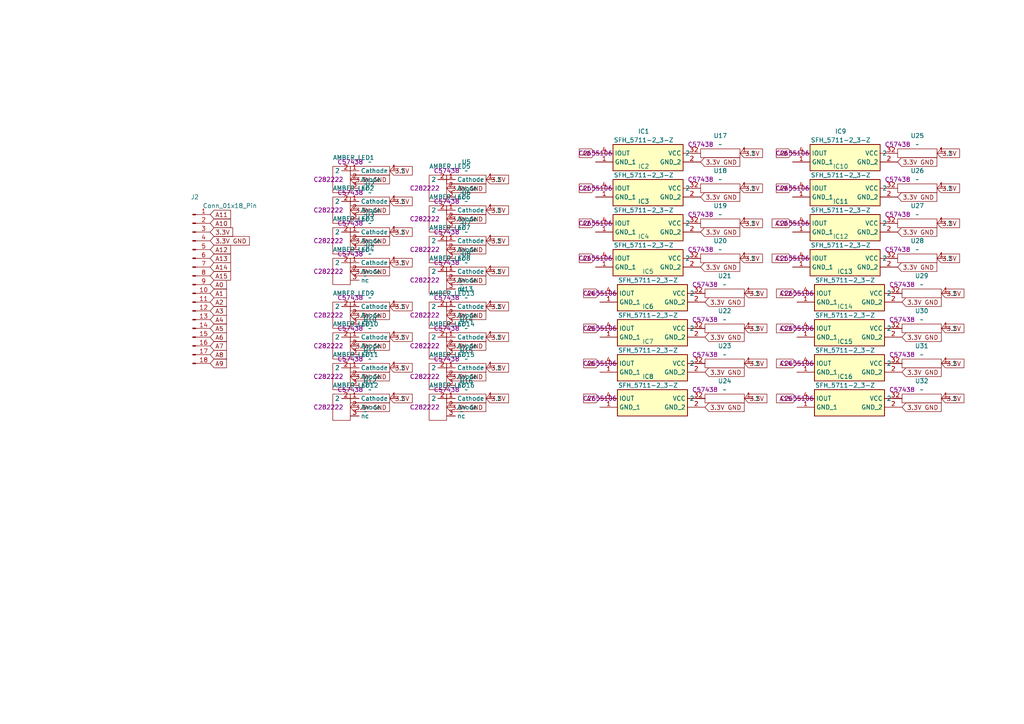
<source format=kicad_sch>
(kicad_sch (version 20231120) (generator "eeschema") (generator_version "8.0")
  (paper "A4")
  (global_label "3.3V GND" (shape input) (at 204.47 118.11 0) (property "Intersheetrefs" "${INTERSHEET_REFS}" (effects (hide yes))))
  (global_label "3.3V" (shape input) (at 140.97 69.85 0) (property "Intersheetrefs" "${INTERSHEET_REFS}" (effects (hide yes))))
  (global_label "3.3V GND" (shape input) (at 101.6 118.11 0) (property "Intersheetrefs" "${INTERSHEET_REFS}" (effects (hide yes))))
  (global_label "A4" (shape input) (at 60.96 92.71 0) (property "Intersheetrefs" "${INTERSHEET_REFS}" (effects (hide yes))))
  (global_label "3.3V" (shape input) (at 140.97 106.68 0) (property "Intersheetrefs" "${INTERSHEET_REFS}" (effects (hide yes))))
  (global_label "3.3V GND" (shape input) (at 260.35 77.47 0) (property "Intersheetrefs" "${INTERSHEET_REFS}" (effects (hide yes))))
  (global_label "A6" (shape input) (at 173.99 105.41 180) (property "Intersheetrefs" "${INTERSHEET_REFS}" (effects (hide yes))))
  (global_label "A7" (shape input) (at 173.99 115.57 180) (property "Intersheetrefs" "${INTERSHEET_REFS}" (effects (hide yes))))
  (global_label "3.3V GND" (shape input) (at 204.47 97.79 0) (property "Intersheetrefs" "${INTERSHEET_REFS}" (effects (hide yes))))
  (global_label "3.3V" (shape input) (at 273.05 85.09 0) (property "Intersheetrefs" "${INTERSHEET_REFS}" (effects (hide yes))))
  (global_label "3.3V GND" (shape input) (at 101.6 109.22 0) (property "Intersheetrefs" "${INTERSHEET_REFS}" (effects (hide yes))))
  (global_label "3.3V GND" (shape input) (at 101.6 60.96 0) (property "Intersheetrefs" "${INTERSHEET_REFS}" (effects (hide yes))))
  (global_label "A14" (shape input) (at 60.96 77.47 0) (property "Intersheetrefs" "${INTERSHEET_REFS}" (effects (hide yes))))
  (global_label "3.3V" (shape input) (at 215.9 115.57 0) (property "Intersheetrefs" "${INTERSHEET_REFS}" (effects (hide yes))))
  (global_label "3.3V GND" (shape input) (at 260.35 57.15 0) (property "Intersheetrefs" "${INTERSHEET_REFS}" (effects (hide yes))))
  (global_label "A12" (shape input) (at 60.96 72.39 0) (property "Intersheetrefs" "${INTERSHEET_REFS}" (effects (hide yes))))
  (global_label "3.3V" (shape input) (at 214.63 74.93 0) (property "Intersheetrefs" "${INTERSHEET_REFS}" (effects (hide yes))))
  (global_label "3.3V GND" (shape input) (at 204.47 107.95 0) (property "Intersheetrefs" "${INTERSHEET_REFS}" (effects (hide yes))))
  (global_label "3.3V GND" (shape input) (at 261.62 107.95 0) (property "Intersheetrefs" "${INTERSHEET_REFS}" (effects (hide yes))))
  (global_label "A0" (shape input) (at 172.72 44.45 180) (property "Intersheetrefs" "${INTERSHEET_REFS}" (effects (hide yes))))
  (global_label "A1" (shape input) (at 60.96 85.09 0) (property "Intersheetrefs" "${INTERSHEET_REFS}" (effects (hide yes))))
  (global_label "A10" (shape input) (at 229.87 64.77 180) (property "Intersheetrefs" "${INTERSHEET_REFS}" (effects (hide yes))))
  (global_label "3.3V" (shape input) (at 215.9 105.41 0) (property "Intersheetrefs" "${INTERSHEET_REFS}" (effects (hide yes))))
  (global_label "3.3V" (shape input) (at 271.78 44.45 0) (property "Intersheetrefs" "${INTERSHEET_REFS}" (effects (hide yes))))
  (global_label "A0" (shape input) (at 60.96 82.55 0) (property "Intersheetrefs" "${INTERSHEET_REFS}" (effects (hide yes))))
  (global_label "3.3V" (shape input) (at 215.9 85.09 0) (property "Intersheetrefs" "${INTERSHEET_REFS}" (effects (hide yes))))
  (global_label "3.3V GND" (shape input) (at 261.62 97.79 0) (property "Intersheetrefs" "${INTERSHEET_REFS}" (effects (hide yes))))
  (global_label "A3" (shape input) (at 60.96 90.17 0) (property "Intersheetrefs" "${INTERSHEET_REFS}" (effects (hide yes))))
  (global_label "3.3V GND" (shape input) (at 129.54 81.28 0) (property "Intersheetrefs" "${INTERSHEET_REFS}" (effects (hide yes))))
  (global_label "A13" (shape input) (at 60.96 74.93 0) (property "Intersheetrefs" "${INTERSHEET_REFS}" (effects (hide yes))))
  (global_label "3.3V GND" (shape input) (at 129.54 72.39 0) (property "Intersheetrefs" "${INTERSHEET_REFS}" (effects (hide yes))))
  (global_label "3.3V" (shape input) (at 271.78 64.77 0) (property "Intersheetrefs" "${INTERSHEET_REFS}" (effects (hide yes))))
  (global_label "A14" (shape input) (at 231.14 105.41 180) (property "Intersheetrefs" "${INTERSHEET_REFS}" (effects (hide yes))))
  (global_label "3.3V" (shape input) (at 140.97 88.9 0) (property "Intersheetrefs" "${INTERSHEET_REFS}" (effects (hide yes))))
  (global_label "3.3V GND" (shape input) (at 129.54 63.5 0) (property "Intersheetrefs" "${INTERSHEET_REFS}" (effects (hide yes))))
  (global_label "3.3V" (shape input) (at 113.03 115.57 0) (property "Intersheetrefs" "${INTERSHEET_REFS}" (effects (hide yes))))
  (global_label "3.3V" (shape input) (at 273.05 105.41 0) (property "Intersheetrefs" "${INTERSHEET_REFS}" (effects (hide yes))))
  (global_label "3.3V" (shape input) (at 113.03 106.68 0) (property "Intersheetrefs" "${INTERSHEET_REFS}" (effects (hide yes))))
  (global_label "3.3V" (shape input) (at 214.63 44.45 0) (property "Intersheetrefs" "${INTERSHEET_REFS}" (effects (hide yes))))
  (global_label "3.3V" (shape input) (at 113.03 88.9 0) (property "Intersheetrefs" "${INTERSHEET_REFS}" (effects (hide yes))))
  (global_label "A8" (shape input) (at 60.96 102.87 0) (property "Intersheetrefs" "${INTERSHEET_REFS}" (effects (hide yes))))
  (global_label "A8" (shape input) (at 229.87 44.45 180) (property "Intersheetrefs" "${INTERSHEET_REFS}" (effects (hide yes))))
  (global_label "3.3V GND" (shape input) (at 203.2 57.15 0) (property "Intersheetrefs" "${INTERSHEET_REFS}" (effects (hide yes))))
  (global_label "3.3V" (shape input) (at 271.78 74.93 0) (property "Intersheetrefs" "${INTERSHEET_REFS}" (effects (hide yes))))
  (global_label "3.3V" (shape input) (at 273.05 95.25 0) (property "Intersheetrefs" "${INTERSHEET_REFS}" (effects (hide yes))))
  (global_label "A7" (shape input) (at 60.96 100.33 0) (property "Intersheetrefs" "${INTERSHEET_REFS}" (effects (hide yes))))
  (global_label "3.3V" (shape input) (at 140.97 78.74 0) (property "Intersheetrefs" "${INTERSHEET_REFS}" (effects (hide yes))))
  (global_label "A9" (shape input) (at 60.96 105.41 0) (property "Intersheetrefs" "${INTERSHEET_REFS}" (effects (hide yes))))
  (global_label "3.3V" (shape input) (at 113.03 58.42 0) (property "Intersheetrefs" "${INTERSHEET_REFS}" (effects (hide yes))))
  (global_label "A12" (shape input) (at 231.14 85.09 180) (property "Intersheetrefs" "${INTERSHEET_REFS}" (effects (hide yes))))
  (global_label "3.3V GND" (shape input) (at 129.54 54.61 0) (property "Intersheetrefs" "${INTERSHEET_REFS}" (effects (hide yes))))
  (global_label "3.3V GND" (shape input) (at 129.54 118.11 0) (property "Intersheetrefs" "${INTERSHEET_REFS}" (effects (hide yes))))
  (global_label "3.3V GND" (shape input) (at 101.6 78.74 0) (property "Intersheetrefs" "${INTERSHEET_REFS}" (effects (hide yes))))
  (global_label "3.3V" (shape input) (at 215.9 95.25 0) (property "Intersheetrefs" "${INTERSHEET_REFS}" (effects (hide yes))))
  (global_label "3.3V" (shape input) (at 140.97 97.79 0) (property "Intersheetrefs" "${INTERSHEET_REFS}" (effects (hide yes))))
  (global_label "3.3V GND" (shape input) (at 261.62 87.63 0) (property "Intersheetrefs" "${INTERSHEET_REFS}" (effects (hide yes))))
  (global_label "3.3V" (shape input) (at 140.97 52.07 0) (property "Intersheetrefs" "${INTERSHEET_REFS}" (effects (hide yes))))
  (global_label "A11" (shape input) (at 229.87 74.93 180) (property "Intersheetrefs" "${INTERSHEET_REFS}" (effects (hide yes))))
  (global_label "3.3V" (shape input) (at 113.03 49.53 0) (property "Intersheetrefs" "${INTERSHEET_REFS}" (effects (hide yes))))
  (global_label "3.3V GND" (shape input) (at 129.54 109.22 0) (property "Intersheetrefs" "${INTERSHEET_REFS}" (effects (hide yes))))
  (global_label "3.3V GND" (shape input) (at 101.6 52.07 0) (property "Intersheetrefs" "${INTERSHEET_REFS}" (effects (hide yes))))
  (global_label "3.3V GND" (shape input) (at 60.96 69.85 0) (property "Intersheetrefs" "${INTERSHEET_REFS}" (effects (hide yes))))
  (global_label "3.3V" (shape input) (at 140.97 60.96 0) (property "Intersheetrefs" "${INTERSHEET_REFS}" (effects (hide yes))))
  (global_label "A1" (shape input) (at 172.72 54.61 180) (property "Intersheetrefs" "${INTERSHEET_REFS}" (effects (hide yes))))
  (global_label "3.3V GND" (shape input) (at 261.62 118.11 0) (property "Intersheetrefs" "${INTERSHEET_REFS}" (effects (hide yes))))
  (global_label "3.3V GND" (shape input) (at 203.2 77.47 0) (property "Intersheetrefs" "${INTERSHEET_REFS}" (effects (hide yes))))
  (global_label "3.3V GND" (shape input) (at 129.54 100.33 0) (property "Intersheetrefs" "${INTERSHEET_REFS}" (effects (hide yes))))
  (global_label "3.3V" (shape input) (at 273.05 115.57 0) (property "Intersheetrefs" "${INTERSHEET_REFS}" (effects (hide yes))))
  (global_label "3.3V GND" (shape input) (at 101.6 91.44 0) (property "Intersheetrefs" "${INTERSHEET_REFS}" (effects (hide yes))))
  (global_label "3.3V" (shape input) (at 271.78 54.61 0) (property "Intersheetrefs" "${INTERSHEET_REFS}" (effects (hide yes))))
  (global_label "A15" (shape input) (at 231.14 115.57 180) (property "Intersheetrefs" "${INTERSHEET_REFS}" (effects (hide yes))))
  (global_label "3.3V GND" (shape input) (at 260.35 46.99 0) (property "Intersheetrefs" "${INTERSHEET_REFS}" (effects (hide yes))))
  (global_label "A11" (shape input) (at 60.96 62.23 0) (property "Intersheetrefs" "${INTERSHEET_REFS}" (effects (hide yes))))
  (global_label "A5" (shape input) (at 173.99 95.25 180) (property "Intersheetrefs" "${INTERSHEET_REFS}" (effects (hide yes))))
  (global_label "A2" (shape input) (at 172.72 64.77 180) (property "Intersheetrefs" "${INTERSHEET_REFS}" (effects (hide yes))))
  (global_label "3.3V" (shape input) (at 113.03 76.2 0) (property "Intersheetrefs" "${INTERSHEET_REFS}" (effects (hide yes))))
  (global_label "A15" (shape input) (at 60.96 80.01 0) (property "Intersheetrefs" "${INTERSHEET_REFS}" (effects (hide yes))))
  (global_label "3.3V" (shape input) (at 60.96 67.31 0) (property "Intersheetrefs" "${INTERSHEET_REFS}" (effects (hide yes))))
  (global_label "A10" (shape input) (at 60.96 64.77 0) (property "Intersheetrefs" "${INTERSHEET_REFS}" (effects (hide yes))))
  (global_label "A6" (shape input) (at 60.96 97.79 0) (property "Intersheetrefs" "${INTERSHEET_REFS}" (effects (hide yes))))
  (global_label "A2" (shape input) (at 60.96 87.63 0) (property "Intersheetrefs" "${INTERSHEET_REFS}" (effects (hide yes))))
  (global_label "3.3V GND" (shape input) (at 101.6 100.33 0) (property "Intersheetrefs" "${INTERSHEET_REFS}" (effects (hide yes))))
  (global_label "3.3V" (shape input) (at 214.63 54.61 0) (property "Intersheetrefs" "${INTERSHEET_REFS}" (effects (hide yes))))
  (global_label "3.3V" (shape input) (at 113.03 97.79 0) (property "Intersheetrefs" "${INTERSHEET_REFS}" (effects (hide yes))))
  (global_label "A13" (shape input) (at 231.14 95.25 180) (property "Intersheetrefs" "${INTERSHEET_REFS}" (effects (hide yes))))
  (global_label "A5" (shape input) (at 60.96 95.25 0) (property "Intersheetrefs" "${INTERSHEET_REFS}" (effects (hide yes))))
  (global_label "3.3V" (shape input) (at 140.97 115.57 0) (property "Intersheetrefs" "${INTERSHEET_REFS}" (effects (hide yes))))
  (global_label "A9" (shape input) (at 229.87 54.61 180) (property "Intersheetrefs" "${INTERSHEET_REFS}" (effects (hide yes))))
  (global_label "3.3V" (shape input) (at 113.03 67.31 0) (property "Intersheetrefs" "${INTERSHEET_REFS}" (effects (hide yes))))
  (global_label "3.3V" (shape input) (at 214.63 64.77 0) (property "Intersheetrefs" "${INTERSHEET_REFS}" (effects (hide yes))))
  (global_label "3.3V GND" (shape input) (at 204.47 87.63 0) (property "Intersheetrefs" "${INTERSHEET_REFS}" (effects (hide yes))))
  (global_label "3.3V GND" (shape input) (at 203.2 46.99 0) (property "Intersheetrefs" "${INTERSHEET_REFS}" (effects (hide yes))))
  (global_label "A4" (shape input) (at 173.99 85.09 180) (property "Intersheetrefs" "${INTERSHEET_REFS}" (effects (hide yes))))
  (global_label "3.3V GND" (shape input) (at 129.54 91.44 0) (property "Intersheetrefs" "${INTERSHEET_REFS}" (effects (hide yes))))
  (global_label "3.3V GND" (shape input) (at 203.2 67.31 0) (property "Intersheetrefs" "${INTERSHEET_REFS}" (effects (hide yes))))
  (global_label "A3" (shape input) (at 172.72 74.93 180) (property "Intersheetrefs" "${INTERSHEET_REFS}" (effects (hide yes))))
  (global_label "3.3V GND" (shape input) (at 260.35 67.31 0) (property "Intersheetrefs" "${INTERSHEET_REFS}" (effects (hide yes))))
  (global_label "3.3V GND" (shape input) (at 101.6 69.85 0) (property "Intersheetrefs" "${INTERSHEET_REFS}" (effects (hide yes))))
  (symbol (lib_id "general_resistor:general_resistor_template") (at 129.54 67.31 0) (unit 1)
    (property "Reference" "U7" (at 135.255 64.77 0))
    (property "Value" "~" (at 135.255 67.31 0))
    (property "Footprint" "General_Resistor:general_resistor" (effects (hide yes)))
    (property "Datasheet" "https://www.lcsc.com/datasheet/lcsc_datasheet_2304140030_UNI-ROYAL-Uniroyal-Elec-MFR0W4F1000A50_C57438.pdf" (effects (hide yes)))
    (property "Description" "Metal Film Resistors 100Ω 250mW ±50ppm/℃ ±1% Plugin,D2.2xL6.5mm Through Hole Resistors ROHS" (effects (hide yes)))
    (property "LCSC" "C57438" (at 129.54 67.31 0))
  )
  (symbol (lib_id "amber_led:AMBER_LED") (at 123.19 109.22 0) (unit 1)
    (property "Reference" "AMBER_LED15" (at 124.46 102.87 0) (effects (justify left)))
    (property "Value" "~" (at 133.35 110.49 0) (effects (justify left)))
    (property "Footprint" "ELSW-F41Y1-OLPNM-AA3A5_amber_led:ELSW-F41Y1-OLPNM-AA3A5 amber led" (effects (hide yes)))
    (property "Datasheet" "https://wmsc.lcsc.com/wmsc/upload/file/pdf/v2/lcsc/1912111437_Everlight-Elec-ELSW-F41Y1-OLPNM-AA3A5_C282222.pdf" (effects (hide yes)))
    (property "Description" "Amber Color SMD3535 LED Indication - Discrete ROHS" (effects (hide yes)))
    (property "LCSC" "C282222" (at 123.19 109.22 0))
  )
  (symbol (lib_id "SFH_5711:SFH_5711-2_3-Z") (at 231.14 115.57 0) (unit 1)
    (property "Reference" "IC16" (at 245.11 109.22 0))
    (property "Value" "SFH_5711-2_3-Z" (at 245.11 111.76 0))
    (property "Footprint" "SFH571123Z" (effects (hide yes)))
    (property "Datasheet" "https://dammedia.osram.info/media/resource/hires/osram-dam-2496447/SFH%205711.pdf" (effects (hide yes)))
    (property "Description" "Ambient Light Sensors PHOTO IC (ALS) SMT" (effects (hide yes)))
    (property "Height" "1.25" (effects (hide yes)))
    (property "Mouser Part Number" "720-SFH5711-2/3-Z" (effects (hide yes)))
    (property "Mouser Price/Stock" "https://www.mouser.co.uk/ProductDetail/OSRAM-Opto-Semiconductors/SFH-5711-2-3-Z?qs=K5ta8V%252BWhtZqF99oIrrnNw%3D%3D" (effects (hide yes)))
    (property "Manufacturer_Name" "ams OSRAM" (effects (hide yes)))
    (property "Manufacturer_Part_Number" "SFH 5711-2/3-Z" (effects (hide yes)))
    (property "LCSC" "C2655106" (at 231.14 115.57 0))
  )
  (symbol (lib_id "amber_led:AMBER_LED") (at 123.19 54.61 0) (unit 1)
    (property "Reference" "AMBER_LED5" (at 124.46 48.26 0) (effects (justify left)))
    (property "Value" "~" (at 133.35 55.88 0) (effects (justify left)))
    (property "Footprint" "ELSW-F41Y1-OLPNM-AA3A5_amber_led:ELSW-F41Y1-OLPNM-AA3A5 amber led" (effects (hide yes)))
    (property "Datasheet" "https://wmsc.lcsc.com/wmsc/upload/file/pdf/v2/lcsc/1912111437_Everlight-Elec-ELSW-F41Y1-OLPNM-AA3A5_C282222.pdf" (effects (hide yes)))
    (property "Description" "Amber Color SMD3535 LED Indication - Discrete ROHS" (effects (hide yes)))
    (property "LCSC" "C282222" (at 123.19 54.61 0))
  )
  (symbol (lib_id "SFH_5711:SFH_5711-2_3-Z") (at 231.14 95.25 0) (unit 1)
    (property "Reference" "IC14" (at 245.11 88.9 0))
    (property "Value" "SFH_5711-2_3-Z" (at 245.11 91.44 0))
    (property "Footprint" "SFH571123Z" (effects (hide yes)))
    (property "Datasheet" "https://dammedia.osram.info/media/resource/hires/osram-dam-2496447/SFH%205711.pdf" (effects (hide yes)))
    (property "Description" "Ambient Light Sensors PHOTO IC (ALS) SMT" (effects (hide yes)))
    (property "Height" "1.25" (effects (hide yes)))
    (property "Mouser Part Number" "720-SFH5711-2/3-Z" (effects (hide yes)))
    (property "Mouser Price/Stock" "https://www.mouser.co.uk/ProductDetail/OSRAM-Opto-Semiconductors/SFH-5711-2-3-Z?qs=K5ta8V%252BWhtZqF99oIrrnNw%3D%3D" (effects (hide yes)))
    (property "Manufacturer_Name" "ams OSRAM" (effects (hide yes)))
    (property "Manufacturer_Part_Number" "SFH 5711-2/3-Z" (effects (hide yes)))
    (property "LCSC" "C2655106" (at 231.14 95.25 0))
  )
  (symbol (lib_id "amber_led:AMBER_LED") (at 95.25 52.07 0) (unit 1)
    (property "Reference" "AMBER_LED1" (at 96.52 45.72 0) (effects (justify left)))
    (property "Value" "~" (at 105.41 53.34 0) (effects (justify left)))
    (property "Footprint" "ELSW-F41Y1-OLPNM-AA3A5_amber_led:ELSW-F41Y1-OLPNM-AA3A5 amber led" (effects (hide yes)))
    (property "Datasheet" "https://wmsc.lcsc.com/wmsc/upload/file/pdf/v2/lcsc/1912111437_Everlight-Elec-ELSW-F41Y1-OLPNM-AA3A5_C282222.pdf" (effects (hide yes)))
    (property "Description" "Amber Color SMD3535 LED Indication - Discrete ROHS" (effects (hide yes)))
    (property "LCSC" "C282222" (at 95.25 52.07 0))
  )
  (symbol (lib_id "general_resistor:general_resistor_template") (at 261.62 92.71 0) (unit 1)
    (property "Reference" "U30" (at 267.335 90.17 0))
    (property "Value" "~" (at 267.335 92.71 0))
    (property "Footprint" "General_Resistor:general_resistor" (effects (hide yes)))
    (property "Datasheet" "https://www.lcsc.com/datasheet/lcsc_datasheet_2304140030_UNI-ROYAL-Uniroyal-Elec-MFR0W4F1000A50_C57438.pdf" (effects (hide yes)))
    (property "Description" "Metal Film Resistors 100Ω 250mW ±50ppm/℃ ±1% Plugin,D2.2xL6.5mm Through Hole Resistors ROHS" (effects (hide yes)))
    (property "LCSC" "C57438" (at 261.62 92.71 0))
  )
  (symbol (lib_id "general_resistor:general_resistor_template") (at 261.62 102.87 0) (unit 1)
    (property "Reference" "U31" (at 267.335 100.33 0))
    (property "Value" "~" (at 267.335 102.87 0))
    (property "Footprint" "General_Resistor:general_resistor" (effects (hide yes)))
    (property "Datasheet" "https://www.lcsc.com/datasheet/lcsc_datasheet_2304140030_UNI-ROYAL-Uniroyal-Elec-MFR0W4F1000A50_C57438.pdf" (effects (hide yes)))
    (property "Description" "Metal Film Resistors 100Ω 250mW ±50ppm/℃ ±1% Plugin,D2.2xL6.5mm Through Hole Resistors ROHS" (effects (hide yes)))
    (property "LCSC" "C57438" (at 261.62 102.87 0))
  )
  (symbol (lib_id "general_resistor:general_resistor_template") (at 101.6 86.36 0) (unit 1)
    (property "Reference" "U9" (effects (hide yes)))
    (property "Value" "~" (at 107.315 86.36 0))
    (property "Footprint" "General_Resistor:general_resistor" (effects (hide yes)))
    (property "Datasheet" "https://www.lcsc.com/datasheet/lcsc_datasheet_2304140030_UNI-ROYAL-Uniroyal-Elec-MFR0W4F1000A50_C57438.pdf" (effects (hide yes)))
    (property "Description" "Metal Film Resistors 100Ω 250mW ±50ppm/℃ ±1% Plugin,D2.2xL6.5mm Through Hole Resistors ROHS" (effects (hide yes)))
    (property "LCSC" "C57438" (at 101.6 86.36 0))
  )
  (symbol (lib_id "general_resistor:general_resistor_template") (at 261.62 113.03 0) (unit 1)
    (property "Reference" "U32" (at 267.335 110.49 0))
    (property "Value" "~" (at 267.335 113.03 0))
    (property "Footprint" "General_Resistor:general_resistor" (effects (hide yes)))
    (property "Datasheet" "https://www.lcsc.com/datasheet/lcsc_datasheet_2304140030_UNI-ROYAL-Uniroyal-Elec-MFR0W4F1000A50_C57438.pdf" (effects (hide yes)))
    (property "Description" "Metal Film Resistors 100Ω 250mW ±50ppm/℃ ±1% Plugin,D2.2xL6.5mm Through Hole Resistors ROHS" (effects (hide yes)))
    (property "LCSC" "C57438" (at 261.62 113.03 0))
  )
  (symbol (lib_id "SFH_5711:SFH_5711-2_3-Z") (at 173.99 95.25 0) (unit 1)
    (property "Reference" "IC6" (at 187.96 88.9 0))
    (property "Value" "SFH_5711-2_3-Z" (at 187.96 91.44 0))
    (property "Footprint" "SFH571123Z" (effects (hide yes)))
    (property "Datasheet" "https://dammedia.osram.info/media/resource/hires/osram-dam-2496447/SFH%205711.pdf" (effects (hide yes)))
    (property "Description" "Ambient Light Sensors PHOTO IC (ALS) SMT" (effects (hide yes)))
    (property "Height" "1.25" (effects (hide yes)))
    (property "Mouser Part Number" "720-SFH5711-2/3-Z" (effects (hide yes)))
    (property "Mouser Price/Stock" "https://www.mouser.co.uk/ProductDetail/OSRAM-Opto-Semiconductors/SFH-5711-2-3-Z?qs=K5ta8V%252BWhtZqF99oIrrnNw%3D%3D" (effects (hide yes)))
    (property "Manufacturer_Name" "ams OSRAM" (effects (hide yes)))
    (property "Manufacturer_Part_Number" "SFH 5711-2/3-Z" (effects (hide yes)))
    (property "LCSC" "C2655106" (at 173.99 95.25 0))
  )
  (symbol (lib_id "SFH_5711:SFH_5711-2_3-Z") (at 172.72 74.93 0) (unit 1)
    (property "Reference" "IC4" (at 186.69 68.58 0))
    (property "Value" "SFH_5711-2_3-Z" (at 186.69 71.12 0))
    (property "Footprint" "SFH571123Z" (effects (hide yes)))
    (property "Datasheet" "https://dammedia.osram.info/media/resource/hires/osram-dam-2496447/SFH%205711.pdf" (effects (hide yes)))
    (property "Description" "Ambient Light Sensors PHOTO IC (ALS) SMT" (effects (hide yes)))
    (property "Height" "1.25" (effects (hide yes)))
    (property "Mouser Part Number" "720-SFH5711-2/3-Z" (effects (hide yes)))
    (property "Mouser Price/Stock" "https://www.mouser.co.uk/ProductDetail/OSRAM-Opto-Semiconductors/SFH-5711-2-3-Z?qs=K5ta8V%252BWhtZqF99oIrrnNw%3D%3D" (effects (hide yes)))
    (property "Manufacturer_Name" "ams OSRAM" (effects (hide yes)))
    (property "Manufacturer_Part_Number" "SFH 5711-2/3-Z" (effects (hide yes)))
    (property "LCSC" "C2655106" (at 172.72 74.93 0))
  )
  (symbol (lib_id "amber_led:AMBER_LED") (at 95.25 118.11 0) (unit 1)
    (property "Reference" "AMBER_LED12" (at 96.52 111.76 0) (effects (justify left)))
    (property "Value" "~" (at 105.41 119.38 0) (effects (justify left)))
    (property "Footprint" "ELSW-F41Y1-OLPNM-AA3A5_amber_led:ELSW-F41Y1-OLPNM-AA3A5 amber led" (effects (hide yes)))
    (property "Datasheet" "https://wmsc.lcsc.com/wmsc/upload/file/pdf/v2/lcsc/1912111437_Everlight-Elec-ELSW-F41Y1-OLPNM-AA3A5_C282222.pdf" (effects (hide yes)))
    (property "Description" "Amber Color SMD3535 LED Indication - Discrete ROHS" (effects (hide yes)))
    (property "LCSC" "C282222" (at 95.25 118.11 0))
  )
  (symbol (lib_id "general_resistor:general_resistor_template") (at 129.54 104.14 0) (unit 1)
    (property "Reference" "U15" (at 135.255 101.6 0))
    (property "Value" "~" (at 135.255 104.14 0))
    (property "Footprint" "General_Resistor:general_resistor" (effects (hide yes)))
    (property "Datasheet" "https://www.lcsc.com/datasheet/lcsc_datasheet_2304140030_UNI-ROYAL-Uniroyal-Elec-MFR0W4F1000A50_C57438.pdf" (effects (hide yes)))
    (property "Description" "Metal Film Resistors 100Ω 250mW ±50ppm/℃ ±1% Plugin,D2.2xL6.5mm Through Hole Resistors ROHS" (effects (hide yes)))
    (property "LCSC" "C57438" (at 129.54 104.14 0))
  )
  (symbol (lib_id "amber_led:AMBER_LED") (at 123.19 63.5 0) (unit 1)
    (property "Reference" "AMBER_LED6" (at 124.46 57.15 0) (effects (justify left)))
    (property "Value" "~" (at 133.35 64.77 0) (effects (justify left)))
    (property "Footprint" "ELSW-F41Y1-OLPNM-AA3A5_amber_led:ELSW-F41Y1-OLPNM-AA3A5 amber led" (effects (hide yes)))
    (property "Datasheet" "https://wmsc.lcsc.com/wmsc/upload/file/pdf/v2/lcsc/1912111437_Everlight-Elec-ELSW-F41Y1-OLPNM-AA3A5_C282222.pdf" (effects (hide yes)))
    (property "Description" "Amber Color SMD3535 LED Indication - Discrete ROHS" (effects (hide yes)))
    (property "LCSC" "C282222" (at 123.19 63.5 0))
  )
  (symbol (lib_id "SFH_5711:SFH_5711-2_3-Z") (at 172.72 54.61 0) (unit 1)
    (property "Reference" "IC2" (at 186.69 48.26 0))
    (property "Value" "SFH_5711-2_3-Z" (at 186.69 50.8 0))
    (property "Footprint" "SFH571123Z" (effects (hide yes)))
    (property "Datasheet" "https://dammedia.osram.info/media/resource/hires/osram-dam-2496447/SFH%205711.pdf" (effects (hide yes)))
    (property "Description" "Ambient Light Sensors PHOTO IC (ALS) SMT" (effects (hide yes)))
    (property "Height" "1.25" (effects (hide yes)))
    (property "Mouser Part Number" "720-SFH5711-2/3-Z" (effects (hide yes)))
    (property "Mouser Price/Stock" "https://www.mouser.co.uk/ProductDetail/OSRAM-Opto-Semiconductors/SFH-5711-2-3-Z?qs=K5ta8V%252BWhtZqF99oIrrnNw%3D%3D" (effects (hide yes)))
    (property "Manufacturer_Name" "ams OSRAM" (effects (hide yes)))
    (property "Manufacturer_Part_Number" "SFH 5711-2/3-Z" (effects (hide yes)))
    (property "LCSC" "C2655106" (at 172.72 54.61 0))
  )
  (symbol (lib_id "amber_led:AMBER_LED") (at 123.19 72.39 0) (unit 1)
    (property "Reference" "AMBER_LED7" (at 124.46 66.04 0) (effects (justify left)))
    (property "Value" "~" (at 133.35 73.66 0) (effects (justify left)))
    (property "Footprint" "ELSW-F41Y1-OLPNM-AA3A5_amber_led:ELSW-F41Y1-OLPNM-AA3A5 amber led" (effects (hide yes)))
    (property "Datasheet" "https://wmsc.lcsc.com/wmsc/upload/file/pdf/v2/lcsc/1912111437_Everlight-Elec-ELSW-F41Y1-OLPNM-AA3A5_C282222.pdf" (effects (hide yes)))
    (property "Description" "Amber Color SMD3535 LED Indication - Discrete ROHS" (effects (hide yes)))
    (property "LCSC" "C282222" (at 123.19 72.39 0))
  )
  (symbol (lib_id "general_resistor:general_resistor_template") (at 101.6 113.03 0) (unit 1)
    (property "Reference" "U12" (at 107.315 110.49 0))
    (property "Value" "~" (at 107.315 113.03 0))
    (property "Footprint" "General_Resistor:general_resistor" (effects (hide yes)))
    (property "Datasheet" "https://www.lcsc.com/datasheet/lcsc_datasheet_2304140030_UNI-ROYAL-Uniroyal-Elec-MFR0W4F1000A50_C57438.pdf" (effects (hide yes)))
    (property "Description" "Metal Film Resistors 100Ω 250mW ±50ppm/℃ ±1% Plugin,D2.2xL6.5mm Through Hole Resistors ROHS" (effects (hide yes)))
    (property "LCSC" "C57438" (at 101.6 113.03 0))
  )
  (symbol (lib_id "amber_led:AMBER_LED") (at 123.19 81.28 0) (unit 1)
    (property "Reference" "AMBER_LED8" (at 124.46 74.93 0) (effects (justify left)))
    (property "Value" "~" (at 133.35 82.55 0) (effects (justify left)))
    (property "Footprint" "ELSW-F41Y1-OLPNM-AA3A5_amber_led:ELSW-F41Y1-OLPNM-AA3A5 amber led" (effects (hide yes)))
    (property "Datasheet" "https://wmsc.lcsc.com/wmsc/upload/file/pdf/v2/lcsc/1912111437_Everlight-Elec-ELSW-F41Y1-OLPNM-AA3A5_C282222.pdf" (effects (hide yes)))
    (property "Description" "Amber Color SMD3535 LED Indication - Discrete ROHS" (effects (hide yes)))
    (property "LCSC" "C282222" (at 123.19 81.28 0))
  )
  (symbol (lib_id "Connector:Conn_01x18_Pin") (at 55.88 82.55 0) (unit 1)
    (property "Reference" "J2" (at 56.515 57.15 0))
    (property "Value" "Conn_01x18_Pin" (at 66.675 59.69 0))
    (property "Footprint" "Pins_Connector_01_18:TE_1-87465-9" (effects (hide yes)))
    (property "Description" "Generic connector, single row, 01x18, script generated" (effects (hide yes)))
  )
  (symbol (lib_id "general_resistor:general_resistor_template") (at 101.6 64.77 0) (unit 1)
    (property "Reference" "U3" (at 107.315 62.23 0))
    (property "Value" "~" (at 107.315 64.77 0))
    (property "Footprint" "General_Resistor:general_resistor" (effects (hide yes)))
    (property "Datasheet" "https://www.lcsc.com/datasheet/lcsc_datasheet_2304140030_UNI-ROYAL-Uniroyal-Elec-MFR0W4F1000A50_C57438.pdf" (effects (hide yes)))
    (property "Description" "Metal Film Resistors 100Ω 250mW ±50ppm/℃ ±1% Plugin,D2.2xL6.5mm Through Hole Resistors ROHS" (effects (hide yes)))
    (property "LCSC" "C57438" (at 101.6 64.77 0))
  )
  (symbol (lib_id "SFH_5711:SFH_5711-2_3-Z") (at 172.72 44.45 0) (unit 1)
    (property "Reference" "IC1" (at 186.69 38.1 0))
    (property "Value" "SFH_5711-2_3-Z" (at 186.69 40.64 0))
    (property "Footprint" "SFH571123Z" (effects (hide yes)))
    (property "Datasheet" "https://dammedia.osram.info/media/resource/hires/osram-dam-2496447/SFH%205711.pdf" (effects (hide yes)))
    (property "Description" "Ambient Light Sensors PHOTO IC (ALS) SMT" (effects (hide yes)))
    (property "Height" "1.25" (effects (hide yes)))
    (property "Mouser Part Number" "720-SFH5711-2/3-Z" (effects (hide yes)))
    (property "Mouser Price/Stock" "https://www.mouser.co.uk/ProductDetail/OSRAM-Opto-Semiconductors/SFH-5711-2-3-Z?qs=K5ta8V%252BWhtZqF99oIrrnNw%3D%3D" (effects (hide yes)))
    (property "Manufacturer_Name" "ams OSRAM" (effects (hide yes)))
    (property "Manufacturer_Part_Number" "SFH 5711-2/3-Z" (effects (hide yes)))
    (property "LCSC" "C2655106" (at 172.72 44.45 0))
  )
  (symbol (lib_id "amber_led:AMBER_LED") (at 123.19 118.11 0) (unit 1)
    (property "Reference" "AMBER_LED16" (at 124.46 111.76 0) (effects (justify left)))
    (property "Value" "~" (at 133.35 119.38 0) (effects (justify left)))
    (property "Footprint" "ELSW-F41Y1-OLPNM-AA3A5_amber_led:ELSW-F41Y1-OLPNM-AA3A5 amber led" (effects (hide yes)))
    (property "Datasheet" "https://wmsc.lcsc.com/wmsc/upload/file/pdf/v2/lcsc/1912111437_Everlight-Elec-ELSW-F41Y1-OLPNM-AA3A5_C282222.pdf" (effects (hide yes)))
    (property "Description" "Amber Color SMD3535 LED Indication - Discrete ROHS" (effects (hide yes)))
    (property "LCSC" "C282222" (at 123.19 118.11 0))
  )
  (symbol (lib_id "SFH_5711:SFH_5711-2_3-Z") (at 229.87 64.77 0) (unit 1)
    (property "Reference" "IC11" (at 243.84 58.42 0))
    (property "Value" "SFH_5711-2_3-Z" (at 243.84 60.96 0))
    (property "Footprint" "SFH571123Z" (effects (hide yes)))
    (property "Datasheet" "https://dammedia.osram.info/media/resource/hires/osram-dam-2496447/SFH%205711.pdf" (effects (hide yes)))
    (property "Description" "Ambient Light Sensors PHOTO IC (ALS) SMT" (effects (hide yes)))
    (property "Height" "1.25" (effects (hide yes)))
    (property "Mouser Part Number" "720-SFH5711-2/3-Z" (effects (hide yes)))
    (property "Mouser Price/Stock" "https://www.mouser.co.uk/ProductDetail/OSRAM-Opto-Semiconductors/SFH-5711-2-3-Z?qs=K5ta8V%252BWhtZqF99oIrrnNw%3D%3D" (effects (hide yes)))
    (property "Manufacturer_Name" "ams OSRAM" (effects (hide yes)))
    (property "Manufacturer_Part_Number" "SFH 5711-2/3-Z" (effects (hide yes)))
    (property "LCSC" "C2655106" (at 229.87 64.77 0))
  )
  (symbol (lib_id "general_resistor:general_resistor_template") (at 260.35 52.07 0) (unit 1)
    (property "Reference" "U26" (at 266.065 49.53 0))
    (property "Value" "~" (at 266.065 52.07 0))
    (property "Footprint" "General_Resistor:general_resistor" (effects (hide yes)))
    (property "Datasheet" "https://www.lcsc.com/datasheet/lcsc_datasheet_2304140030_UNI-ROYAL-Uniroyal-Elec-MFR0W4F1000A50_C57438.pdf" (effects (hide yes)))
    (property "Description" "Metal Film Resistors 100Ω 250mW ±50ppm/℃ ±1% Plugin,D2.2xL6.5mm Through Hole Resistors ROHS" (effects (hide yes)))
    (property "LCSC" "C57438" (at 260.35 52.07 0))
  )
  (symbol (lib_id "general_resistor:general_resistor_template") (at 260.35 41.91 0) (unit 1)
    (property "Reference" "U25" (at 266.065 39.37 0))
    (property "Value" "~" (at 266.065 41.91 0))
    (property "Footprint" "General_Resistor:general_resistor" (effects (hide yes)))
    (property "Datasheet" "https://www.lcsc.com/datasheet/lcsc_datasheet_2304140030_UNI-ROYAL-Uniroyal-Elec-MFR0W4F1000A50_C57438.pdf" (effects (hide yes)))
    (property "Description" "Metal Film Resistors 100Ω 250mW ±50ppm/℃ ±1% Plugin,D2.2xL6.5mm Through Hole Resistors ROHS" (effects (hide yes)))
    (property "LCSC" "C57438" (at 260.35 41.91 0))
  )
  (symbol (lib_id "general_resistor:general_resistor_template") (at 129.54 86.36 0) (unit 1)
    (property "Reference" "U13" (at 135.255 83.82 0))
    (property "Value" "~" (at 135.255 86.36 0))
    (property "Footprint" "General_Resistor:general_resistor" (effects (hide yes)))
    (property "Datasheet" "https://www.lcsc.com/datasheet/lcsc_datasheet_2304140030_UNI-ROYAL-Uniroyal-Elec-MFR0W4F1000A50_C57438.pdf" (effects (hide yes)))
    (property "Description" "Metal Film Resistors 100Ω 250mW ±50ppm/℃ ±1% Plugin,D2.2xL6.5mm Through Hole Resistors ROHS" (effects (hide yes)))
    (property "LCSC" "C57438" (at 129.54 86.36 0))
  )
  (symbol (lib_id "amber_led:AMBER_LED") (at 95.25 60.96 0) (unit 1)
    (property "Reference" "AMBER_LED2" (at 96.52 54.61 0) (effects (justify left)))
    (property "Value" "~" (at 105.41 62.23 0) (effects (justify left)))
    (property "Footprint" "ELSW-F41Y1-OLPNM-AA3A5_amber_led:ELSW-F41Y1-OLPNM-AA3A5 amber led" (effects (hide yes)))
    (property "Datasheet" "https://wmsc.lcsc.com/wmsc/upload/file/pdf/v2/lcsc/1912111437_Everlight-Elec-ELSW-F41Y1-OLPNM-AA3A5_C282222.pdf" (effects (hide yes)))
    (property "Description" "Amber Color SMD3535 LED Indication - Discrete ROHS" (effects (hide yes)))
    (property "LCSC" "C282222" (at 95.25 60.96 0))
  )
  (symbol (lib_id "general_resistor:general_resistor_template") (at 203.2 62.23 0) (unit 1)
    (property "Reference" "U19" (at 208.915 59.69 0))
    (property "Value" "~" (at 208.915 62.23 0))
    (property "Footprint" "General_Resistor:general_resistor" (effects (hide yes)))
    (property "Datasheet" "https://www.lcsc.com/datasheet/lcsc_datasheet_2304140030_UNI-ROYAL-Uniroyal-Elec-MFR0W4F1000A50_C57438.pdf" (effects (hide yes)))
    (property "Description" "Metal Film Resistors 100Ω 250mW ±50ppm/℃ ±1% Plugin,D2.2xL6.5mm Through Hole Resistors ROHS" (effects (hide yes)))
    (property "LCSC" "C57438" (at 203.2 62.23 0))
  )
  (symbol (lib_id "SFH_5711:SFH_5711-2_3-Z") (at 229.87 54.61 0) (unit 1)
    (property "Reference" "IC10" (at 243.84 48.26 0))
    (property "Value" "SFH_5711-2_3-Z" (at 243.84 50.8 0))
    (property "Footprint" "SFH571123Z" (effects (hide yes)))
    (property "Datasheet" "https://dammedia.osram.info/media/resource/hires/osram-dam-2496447/SFH%205711.pdf" (effects (hide yes)))
    (property "Description" "Ambient Light Sensors PHOTO IC (ALS) SMT" (effects (hide yes)))
    (property "Height" "1.25" (effects (hide yes)))
    (property "Mouser Part Number" "720-SFH5711-2/3-Z" (effects (hide yes)))
    (property "Mouser Price/Stock" "https://www.mouser.co.uk/ProductDetail/OSRAM-Opto-Semiconductors/SFH-5711-2-3-Z?qs=K5ta8V%252BWhtZqF99oIrrnNw%3D%3D" (effects (hide yes)))
    (property "Manufacturer_Name" "ams OSRAM" (effects (hide yes)))
    (property "Manufacturer_Part_Number" "SFH 5711-2/3-Z" (effects (hide yes)))
    (property "LCSC" "C2655106" (at 229.87 54.61 0))
  )
  (symbol (lib_id "general_resistor:general_resistor_template") (at 101.6 95.25 0) (unit 1)
    (property "Reference" "U10" (at 107.315 92.71 0))
    (property "Value" "~" (at 107.315 95.25 0))
    (property "Footprint" "General_Resistor:general_resistor" (effects (hide yes)))
    (property "Datasheet" "https://www.lcsc.com/datasheet/lcsc_datasheet_2304140030_UNI-ROYAL-Uniroyal-Elec-MFR0W4F1000A50_C57438.pdf" (effects (hide yes)))
    (property "Description" "Metal Film Resistors 100Ω 250mW ±50ppm/℃ ±1% Plugin,D2.2xL6.5mm Through Hole Resistors ROHS" (effects (hide yes)))
    (property "LCSC" "C57438" (at 101.6 95.25 0))
  )
  (symbol (lib_id "general_resistor:general_resistor_template") (at 129.54 76.2 0) (unit 1)
    (property "Reference" "U8" (at 135.255 73.66 0))
    (property "Value" "~" (at 135.255 76.2 0))
    (property "Footprint" "General_Resistor:general_resistor" (effects (hide yes)))
    (property "Datasheet" "https://www.lcsc.com/datasheet/lcsc_datasheet_2304140030_UNI-ROYAL-Uniroyal-Elec-MFR0W4F1000A50_C57438.pdf" (effects (hide yes)))
    (property "Description" "Metal Film Resistors 100Ω 250mW ±50ppm/℃ ±1% Plugin,D2.2xL6.5mm Through Hole Resistors ROHS" (effects (hide yes)))
    (property "LCSC" "C57438" (at 129.54 76.2 0))
  )
  (symbol (lib_id "general_resistor:general_resistor_template") (at 203.2 72.39 0) (unit 1)
    (property "Reference" "U20" (at 208.915 69.85 0))
    (property "Value" "~" (at 208.915 72.39 0))
    (property "Footprint" "General_Resistor:general_resistor" (effects (hide yes)))
    (property "Datasheet" "https://www.lcsc.com/datasheet/lcsc_datasheet_2304140030_UNI-ROYAL-Uniroyal-Elec-MFR0W4F1000A50_C57438.pdf" (effects (hide yes)))
    (property "Description" "Metal Film Resistors 100Ω 250mW ±50ppm/℃ ±1% Plugin,D2.2xL6.5mm Through Hole Resistors ROHS" (effects (hide yes)))
    (property "LCSC" "C57438" (at 203.2 72.39 0))
  )
  (symbol (lib_id "amber_led:AMBER_LED") (at 95.25 69.85 0) (unit 1)
    (property "Reference" "AMBER_LED3" (at 96.52 63.5 0) (effects (justify left)))
    (property "Value" "~" (at 105.41 71.12 0) (effects (justify left)))
    (property "Footprint" "ELSW-F41Y1-OLPNM-AA3A5_amber_led:ELSW-F41Y1-OLPNM-AA3A5 amber led" (effects (hide yes)))
    (property "Datasheet" "https://wmsc.lcsc.com/wmsc/upload/file/pdf/v2/lcsc/1912111437_Everlight-Elec-ELSW-F41Y1-OLPNM-AA3A5_C282222.pdf" (effects (hide yes)))
    (property "Description" "Amber Color SMD3535 LED Indication - Discrete ROHS" (effects (hide yes)))
    (property "LCSC" "C282222" (at 95.25 69.85 0))
  )
  (symbol (lib_id "general_resistor:general_resistor_template") (at 101.6 104.14 0) (unit 1)
    (property "Reference" "U11" (at 107.315 101.6 0))
    (property "Value" "~" (at 107.315 104.14 0))
    (property "Footprint" "General_Resistor:general_resistor" (effects (hide yes)))
    (property "Datasheet" "https://www.lcsc.com/datasheet/lcsc_datasheet_2304140030_UNI-ROYAL-Uniroyal-Elec-MFR0W4F1000A50_C57438.pdf" (effects (hide yes)))
    (property "Description" "Metal Film Resistors 100Ω 250mW ±50ppm/℃ ±1% Plugin,D2.2xL6.5mm Through Hole Resistors ROHS" (effects (hide yes)))
    (property "LCSC" "C57438" (at 101.6 104.14 0))
  )
  (symbol (lib_id "SFH_5711:SFH_5711-2_3-Z") (at 229.87 74.93 0) (unit 1)
    (property "Reference" "IC12" (at 243.84 68.58 0))
    (property "Value" "SFH_5711-2_3-Z" (at 243.84 71.12 0))
    (property "Footprint" "SFH571123Z" (effects (hide yes)))
    (property "Datasheet" "https://dammedia.osram.info/media/resource/hires/osram-dam-2496447/SFH%205711.pdf" (effects (hide yes)))
    (property "Description" "Ambient Light Sensors PHOTO IC (ALS) SMT" (effects (hide yes)))
    (property "Height" "1.25" (effects (hide yes)))
    (property "Mouser Part Number" "720-SFH5711-2/3-Z" (effects (hide yes)))
    (property "Mouser Price/Stock" "https://www.mouser.co.uk/ProductDetail/OSRAM-Opto-Semiconductors/SFH-5711-2-3-Z?qs=K5ta8V%252BWhtZqF99oIrrnNw%3D%3D" (effects (hide yes)))
    (property "Manufacturer_Name" "ams OSRAM" (effects (hide yes)))
    (property "Manufacturer_Part_Number" "SFH 5711-2/3-Z" (effects (hide yes)))
    (property "LCSC" "C2655106" (at 229.87 74.93 0))
  )
  (symbol (lib_id "general_resistor:general_resistor_template") (at 260.35 62.23 0) (unit 1)
    (property "Reference" "U27" (at 266.065 59.69 0))
    (property "Value" "~" (at 266.065 62.23 0))
    (property "Footprint" "General_Resistor:general_resistor" (effects (hide yes)))
    (property "Datasheet" "https://www.lcsc.com/datasheet/lcsc_datasheet_2304140030_UNI-ROYAL-Uniroyal-Elec-MFR0W4F1000A50_C57438.pdf" (effects (hide yes)))
    (property "Description" "Metal Film Resistors 100Ω 250mW ±50ppm/℃ ±1% Plugin,D2.2xL6.5mm Through Hole Resistors ROHS" (effects (hide yes)))
    (property "LCSC" "C57438" (at 260.35 62.23 0))
  )
  (symbol (lib_id "amber_led:AMBER_LED") (at 95.25 91.44 0) (unit 1)
    (property "Reference" "AMBER_LED9" (at 96.52 85.09 0) (effects (justify left)))
    (property "Value" "~" (at 105.41 92.71 0) (effects (justify left)))
    (property "Footprint" "ELSW-F41Y1-OLPNM-AA3A5_amber_led:ELSW-F41Y1-OLPNM-AA3A5 amber led" (effects (hide yes)))
    (property "Datasheet" "https://wmsc.lcsc.com/wmsc/upload/file/pdf/v2/lcsc/1912111437_Everlight-Elec-ELSW-F41Y1-OLPNM-AA3A5_C282222.pdf" (effects (hide yes)))
    (property "Description" "Amber Color SMD3535 LED Indication - Discrete ROHS" (effects (hide yes)))
    (property "LCSC" "C282222" (at 95.25 91.44 0))
  )
  (symbol (lib_id "amber_led:AMBER_LED") (at 95.25 78.74 0) (unit 1)
    (property "Reference" "AMBER_LED4" (at 96.52 72.39 0) (effects (justify left)))
    (property "Value" "~" (at 105.41 80.01 0) (effects (justify left)))
    (property "Footprint" "ELSW-F41Y1-OLPNM-AA3A5_amber_led:ELSW-F41Y1-OLPNM-AA3A5 amber led" (effects (hide yes)))
    (property "Datasheet" "https://wmsc.lcsc.com/wmsc/upload/file/pdf/v2/lcsc/1912111437_Everlight-Elec-ELSW-F41Y1-OLPNM-AA3A5_C282222.pdf" (effects (hide yes)))
    (property "Description" "Amber Color SMD3535 LED Indication - Discrete ROHS" (effects (hide yes)))
    (property "LCSC" "C282222" (at 95.25 78.74 0))
  )
  (symbol (lib_id "general_resistor:general_resistor_template") (at 129.54 95.25 0) (unit 1)
    (property "Reference" "U14" (at 135.255 92.71 0))
    (property "Value" "~" (at 135.255 95.25 0))
    (property "Footprint" "General_Resistor:general_resistor" (effects (hide yes)))
    (property "Datasheet" "https://www.lcsc.com/datasheet/lcsc_datasheet_2304140030_UNI-ROYAL-Uniroyal-Elec-MFR0W4F1000A50_C57438.pdf" (effects (hide yes)))
    (property "Description" "Metal Film Resistors 100Ω 250mW ±50ppm/℃ ±1% Plugin,D2.2xL6.5mm Through Hole Resistors ROHS" (effects (hide yes)))
    (property "LCSC" "C57438" (at 129.54 95.25 0))
  )
  (symbol (lib_id "general_resistor:general_resistor_template") (at 129.54 49.53 0) (unit 1)
    (property "Reference" "U5" (at 135.255 46.99 0))
    (property "Value" "~" (at 135.255 49.53 0))
    (property "Footprint" "General_Resistor:general_resistor" (effects (hide yes)))
    (property "Datasheet" "https://www.lcsc.com/datasheet/lcsc_datasheet_2304140030_UNI-ROYAL-Uniroyal-Elec-MFR0W4F1000A50_C57438.pdf" (effects (hide yes)))
    (property "Description" "Metal Film Resistors 100Ω 250mW ±50ppm/℃ ±1% Plugin,D2.2xL6.5mm Through Hole Resistors ROHS" (effects (hide yes)))
    (property "LCSC" "C57438" (at 129.54 49.53 0))
  )
  (symbol (lib_id "SFH_5711:SFH_5711-2_3-Z") (at 173.99 105.41 0) (unit 1)
    (property "Reference" "IC7" (at 187.96 99.06 0))
    (property "Value" "SFH_5711-2_3-Z" (at 187.96 101.6 0))
    (property "Footprint" "SFH571123Z" (effects (hide yes)))
    (property "Datasheet" "https://dammedia.osram.info/media/resource/hires/osram-dam-2496447/SFH%205711.pdf" (effects (hide yes)))
    (property "Description" "Ambient Light Sensors PHOTO IC (ALS) SMT" (effects (hide yes)))
    (property "Height" "1.25" (effects (hide yes)))
    (property "Mouser Part Number" "720-SFH5711-2/3-Z" (effects (hide yes)))
    (property "Mouser Price/Stock" "https://www.mouser.co.uk/ProductDetail/OSRAM-Opto-Semiconductors/SFH-5711-2-3-Z?qs=K5ta8V%252BWhtZqF99oIrrnNw%3D%3D" (effects (hide yes)))
    (property "Manufacturer_Name" "ams OSRAM" (effects (hide yes)))
    (property "Manufacturer_Part_Number" "SFH 5711-2/3-Z" (effects (hide yes)))
    (property "LCSC" "C2655106" (at 173.99 105.41 0))
  )
  (symbol (lib_id "general_resistor:general_resistor_template") (at 204.47 82.55 0) (unit 1)
    (property "Reference" "U21" (at 210.185 80.01 0))
    (property "Value" "~" (at 210.185 82.55 0))
    (property "Footprint" "General_Resistor:general_resistor" (effects (hide yes)))
    (property "Datasheet" "https://www.lcsc.com/datasheet/lcsc_datasheet_2304140030_UNI-ROYAL-Uniroyal-Elec-MFR0W4F1000A50_C57438.pdf" (effects (hide yes)))
    (property "Description" "Metal Film Resistors 100Ω 250mW ±50ppm/℃ ±1% Plugin,D2.2xL6.5mm Through Hole Resistors ROHS" (effects (hide yes)))
    (property "LCSC" "C57438" (at 204.47 82.55 0))
  )
  (symbol (lib_id "general_resistor:general_resistor_template") (at 129.54 58.42 0) (unit 1)
    (property "Reference" "U6" (at 135.255 55.88 0))
    (property "Value" "~" (at 135.255 58.42 0))
    (property "Footprint" "General_Resistor:general_resistor" (effects (hide yes)))
    (property "Datasheet" "https://www.lcsc.com/datasheet/lcsc_datasheet_2304140030_UNI-ROYAL-Uniroyal-Elec-MFR0W4F1000A50_C57438.pdf" (effects (hide yes)))
    (property "Description" "Metal Film Resistors 100Ω 250mW ±50ppm/℃ ±1% Plugin,D2.2xL6.5mm Through Hole Resistors ROHS" (effects (hide yes)))
    (property "LCSC" "C57438" (at 129.54 58.42 0))
  )
  (symbol (lib_id "general_resistor:general_resistor_template") (at 261.62 82.55 0) (unit 1)
    (property "Reference" "U29" (at 267.335 80.01 0))
    (property "Value" "~" (at 267.335 82.55 0))
    (property "Footprint" "General_Resistor:general_resistor" (effects (hide yes)))
    (property "Datasheet" "https://www.lcsc.com/datasheet/lcsc_datasheet_2304140030_UNI-ROYAL-Uniroyal-Elec-MFR0W4F1000A50_C57438.pdf" (effects (hide yes)))
    (property "Description" "Metal Film Resistors 100Ω 250mW ±50ppm/℃ ±1% Plugin,D2.2xL6.5mm Through Hole Resistors ROHS" (effects (hide yes)))
    (property "LCSC" "C57438" (at 261.62 82.55 0))
  )
  (symbol (lib_id "amber_led:AMBER_LED") (at 123.19 91.44 0) (unit 1)
    (property "Reference" "AMBER_LED13" (at 124.46 85.09 0) (effects (justify left)))
    (property "Value" "~" (at 133.35 92.71 0) (effects (justify left)))
    (property "Footprint" "ELSW-F41Y1-OLPNM-AA3A5_amber_led:ELSW-F41Y1-OLPNM-AA3A5 amber led" (effects (hide yes)))
    (property "Datasheet" "https://wmsc.lcsc.com/wmsc/upload/file/pdf/v2/lcsc/1912111437_Everlight-Elec-ELSW-F41Y1-OLPNM-AA3A5_C282222.pdf" (effects (hide yes)))
    (property "Description" "Amber Color SMD3535 LED Indication - Discrete ROHS" (effects (hide yes)))
    (property "LCSC" "C282222" (at 123.19 91.44 0))
  )
  (symbol (lib_id "SFH_5711:SFH_5711-2_3-Z") (at 231.14 105.41 0) (unit 1)
    (property "Reference" "IC15" (at 245.11 99.06 0))
    (property "Value" "SFH_5711-2_3-Z" (at 245.11 101.6 0))
    (property "Footprint" "SFH571123Z" (effects (hide yes)))
    (property "Datasheet" "https://dammedia.osram.info/media/resource/hires/osram-dam-2496447/SFH%205711.pdf" (effects (hide yes)))
    (property "Description" "Ambient Light Sensors PHOTO IC (ALS) SMT" (effects (hide yes)))
    (property "Height" "1.25" (effects (hide yes)))
    (property "Mouser Part Number" "720-SFH5711-2/3-Z" (effects (hide yes)))
    (property "Mouser Price/Stock" "https://www.mouser.co.uk/ProductDetail/OSRAM-Opto-Semiconductors/SFH-5711-2-3-Z?qs=K5ta8V%252BWhtZqF99oIrrnNw%3D%3D" (effects (hide yes)))
    (property "Manufacturer_Name" "ams OSRAM" (effects (hide yes)))
    (property "Manufacturer_Part_Number" "SFH 5711-2/3-Z" (effects (hide yes)))
    (property "LCSC" "C2655106" (at 231.14 105.41 0))
  )
  (symbol (lib_id "SFH_5711:SFH_5711-2_3-Z") (at 173.99 115.57 0) (unit 1)
    (property "Reference" "IC8" (at 187.96 109.22 0))
    (property "Value" "SFH_5711-2_3-Z" (at 187.96 111.76 0))
    (property "Footprint" "SFH571123Z" (effects (hide yes)))
    (property "Datasheet" "https://dammedia.osram.info/media/resource/hires/osram-dam-2496447/SFH%205711.pdf" (effects (hide yes)))
    (property "Description" "Ambient Light Sensors PHOTO IC (ALS) SMT" (effects (hide yes)))
    (property "Height" "1.25" (effects (hide yes)))
    (property "Mouser Part Number" "720-SFH5711-2/3-Z" (effects (hide yes)))
    (property "Mouser Price/Stock" "https://www.mouser.co.uk/ProductDetail/OSRAM-Opto-Semiconductors/SFH-5711-2-3-Z?qs=K5ta8V%252BWhtZqF99oIrrnNw%3D%3D" (effects (hide yes)))
    (property "Manufacturer_Name" "ams OSRAM" (effects (hide yes)))
    (property "Manufacturer_Part_Number" "SFH 5711-2/3-Z" (effects (hide yes)))
    (property "LCSC" "C2655106" (at 173.99 115.57 0))
  )
  (symbol (lib_id "amber_led:AMBER_LED") (at 95.25 109.22 0) (unit 1)
    (property "Reference" "AMBER_LED11" (at 96.52 102.87 0) (effects (justify left)))
    (property "Value" "~" (at 105.41 110.49 0) (effects (justify left)))
    (property "Footprint" "ELSW-F41Y1-OLPNM-AA3A5_amber_led:ELSW-F41Y1-OLPNM-AA3A5 amber led" (effects (hide yes)))
    (property "Datasheet" "https://wmsc.lcsc.com/wmsc/upload/file/pdf/v2/lcsc/1912111437_Everlight-Elec-ELSW-F41Y1-OLPNM-AA3A5_C282222.pdf" (effects (hide yes)))
    (property "Description" "Amber Color SMD3535 LED Indication - Discrete ROHS" (effects (hide yes)))
    (property "LCSC" "C282222" (at 95.25 109.22 0))
  )
  (symbol (lib_id "general_resistor:general_resistor_template") (at 203.2 41.91 0) (unit 1)
    (property "Reference" "U17" (at 208.915 39.37 0))
    (property "Value" "~" (at 208.915 41.91 0))
    (property "Footprint" "General_Resistor:general_resistor" (effects (hide yes)))
    (property "Datasheet" "https://www.lcsc.com/datasheet/lcsc_datasheet_2304140030_UNI-ROYAL-Uniroyal-Elec-MFR0W4F1000A50_C57438.pdf" (effects (hide yes)))
    (property "Description" "Metal Film Resistors 100Ω 250mW ±50ppm/℃ ±1% Plugin,D2.2xL6.5mm Through Hole Resistors ROHS" (effects (hide yes)))
    (property "LCSC" "C57438" (at 203.2 41.91 0))
  )
  (symbol (lib_id "general_resistor:general_resistor_template") (at 204.47 92.71 0) (unit 1)
    (property "Reference" "U22" (at 210.185 90.17 0))
    (property "Value" "~" (at 210.185 92.71 0))
    (property "Footprint" "General_Resistor:general_resistor" (effects (hide yes)))
    (property "Datasheet" "https://www.lcsc.com/datasheet/lcsc_datasheet_2304140030_UNI-ROYAL-Uniroyal-Elec-MFR0W4F1000A50_C57438.pdf" (effects (hide yes)))
    (property "Description" "Metal Film Resistors 100Ω 250mW ±50ppm/℃ ±1% Plugin,D2.2xL6.5mm Through Hole Resistors ROHS" (effects (hide yes)))
    (property "LCSC" "C57438" (at 204.47 92.71 0))
  )
  (symbol (lib_id "general_resistor:general_resistor_template") (at 101.6 46.99 0) (unit 1)
    (property "Reference" "U1" (effects (hide yes)))
    (property "Value" "~" (at 107.315 46.99 0))
    (property "Footprint" "General_Resistor:general_resistor" (effects (hide yes)))
    (property "Datasheet" "https://www.lcsc.com/datasheet/lcsc_datasheet_2304140030_UNI-ROYAL-Uniroyal-Elec-MFR0W4F1000A50_C57438.pdf" (effects (hide yes)))
    (property "Description" "Metal Film Resistors 100Ω 250mW ±50ppm/℃ ±1% Plugin,D2.2xL6.5mm Through Hole Resistors ROHS" (effects (hide yes)))
    (property "LCSC" "C57438" (at 101.6 46.99 0))
  )
  (symbol (lib_id "general_resistor:general_resistor_template") (at 260.35 72.39 0) (unit 1)
    (property "Reference" "U28" (at 266.065 69.85 0))
    (property "Value" "~" (at 266.065 72.39 0))
    (property "Footprint" "General_Resistor:general_resistor" (effects (hide yes)))
    (property "Datasheet" "https://www.lcsc.com/datasheet/lcsc_datasheet_2304140030_UNI-ROYAL-Uniroyal-Elec-MFR0W4F1000A50_C57438.pdf" (effects (hide yes)))
    (property "Description" "Metal Film Resistors 100Ω 250mW ±50ppm/℃ ±1% Plugin,D2.2xL6.5mm Through Hole Resistors ROHS" (effects (hide yes)))
    (property "LCSC" "C57438" (at 260.35 72.39 0))
  )
  (symbol (lib_id "amber_led:AMBER_LED") (at 123.19 100.33 0) (unit 1)
    (property "Reference" "AMBER_LED14" (at 124.46 93.98 0) (effects (justify left)))
    (property "Value" "~" (at 133.35 101.6 0) (effects (justify left)))
    (property "Footprint" "ELSW-F41Y1-OLPNM-AA3A5_amber_led:ELSW-F41Y1-OLPNM-AA3A5 amber led" (effects (hide yes)))
    (property "Datasheet" "https://wmsc.lcsc.com/wmsc/upload/file/pdf/v2/lcsc/1912111437_Everlight-Elec-ELSW-F41Y1-OLPNM-AA3A5_C282222.pdf" (effects (hide yes)))
    (property "Description" "Amber Color SMD3535 LED Indication - Discrete ROHS" (effects (hide yes)))
    (property "LCSC" "C282222" (at 123.19 100.33 0))
  )
  (symbol (lib_id "SFH_5711:SFH_5711-2_3-Z") (at 172.72 64.77 0) (unit 1)
    (property "Reference" "IC3" (at 186.69 58.42 0))
    (property "Value" "SFH_5711-2_3-Z" (at 186.69 60.96 0))
    (property "Footprint" "SFH571123Z" (effects (hide yes)))
    (property "Datasheet" "https://dammedia.osram.info/media/resource/hires/osram-dam-2496447/SFH%205711.pdf" (effects (hide yes)))
    (property "Description" "Ambient Light Sensors PHOTO IC (ALS) SMT" (effects (hide yes)))
    (property "Height" "1.25" (effects (hide yes)))
    (property "Mouser Part Number" "720-SFH5711-2/3-Z" (effects (hide yes)))
    (property "Mouser Price/Stock" "https://www.mouser.co.uk/ProductDetail/OSRAM-Opto-Semiconductors/SFH-5711-2-3-Z?qs=K5ta8V%252BWhtZqF99oIrrnNw%3D%3D" (effects (hide yes)))
    (property "Manufacturer_Name" "ams OSRAM" (effects (hide yes)))
    (property "Manufacturer_Part_Number" "SFH 5711-2/3-Z" (effects (hide yes)))
    (property "LCSC" "C2655106" (at 172.72 64.77 0))
  )
  (symbol (lib_id "general_resistor:general_resistor_template") (at 129.54 113.03 0) (unit 1)
    (property "Reference" "U16" (at 135.255 110.49 0))
    (property "Value" "~" (at 135.255 113.03 0))
    (property "Footprint" "General_Resistor:general_resistor" (effects (hide yes)))
    (property "Datasheet" "https://www.lcsc.com/datasheet/lcsc_datasheet_2304140030_UNI-ROYAL-Uniroyal-Elec-MFR0W4F1000A50_C57438.pdf" (effects (hide yes)))
    (property "Description" "Metal Film Resistors 100Ω 250mW ±50ppm/℃ ±1% Plugin,D2.2xL6.5mm Through Hole Resistors ROHS" (effects (hide yes)))
    (property "LCSC" "C57438" (at 129.54 113.03 0))
  )
  (symbol (lib_id "general_resistor:general_resistor_template") (at 204.47 113.03 0) (unit 1)
    (property "Reference" "U24" (at 210.185 110.49 0))
    (property "Value" "~" (at 210.185 113.03 0))
    (property "Footprint" "General_Resistor:general_resistor" (effects (hide yes)))
    (property "Datasheet" "https://www.lcsc.com/datasheet/lcsc_datasheet_2304140030_UNI-ROYAL-Uniroyal-Elec-MFR0W4F1000A50_C57438.pdf" (effects (hide yes)))
    (property "Description" "Metal Film Resistors 100Ω 250mW ±50ppm/℃ ±1% Plugin,D2.2xL6.5mm Through Hole Resistors ROHS" (effects (hide yes)))
    (property "LCSC" "C57438" (at 204.47 113.03 0))
  )
  (symbol (lib_id "general_resistor:general_resistor_template") (at 101.6 73.66 0) (unit 1)
    (property "Reference" "U4" (at 107.315 71.12 0))
    (property "Value" "~" (at 107.315 73.66 0))
    (property "Footprint" "General_Resistor:general_resistor" (effects (hide yes)))
    (property "Datasheet" "https://www.lcsc.com/datasheet/lcsc_datasheet_2304140030_UNI-ROYAL-Uniroyal-Elec-MFR0W4F1000A50_C57438.pdf" (effects (hide yes)))
    (property "Description" "Metal Film Resistors 100Ω 250mW ±50ppm/℃ ±1% Plugin,D2.2xL6.5mm Through Hole Resistors ROHS" (effects (hide yes)))
    (property "LCSC" "C57438" (at 101.6 73.66 0))
  )
  (symbol (lib_id "SFH_5711:SFH_5711-2_3-Z") (at 229.87 44.45 0) (unit 1)
    (property "Reference" "IC9" (at 243.84 38.1 0))
    (property "Value" "SFH_5711-2_3-Z" (at 243.84 40.64 0))
    (property "Footprint" "SFH571123Z" (effects (hide yes)))
    (property "Datasheet" "https://dammedia.osram.info/media/resource/hires/osram-dam-2496447/SFH%205711.pdf" (effects (hide yes)))
    (property "Description" "Ambient Light Sensors PHOTO IC (ALS) SMT" (effects (hide yes)))
    (property "Height" "1.25" (effects (hide yes)))
    (property "Mouser Part Number" "720-SFH5711-2/3-Z" (effects (hide yes)))
    (property "Mouser Price/Stock" "https://www.mouser.co.uk/ProductDetail/OSRAM-Opto-Semiconductors/SFH-5711-2-3-Z?qs=K5ta8V%252BWhtZqF99oIrrnNw%3D%3D" (effects (hide yes)))
    (property "Manufacturer_Name" "ams OSRAM" (effects (hide yes)))
    (property "Manufacturer_Part_Number" "SFH 5711-2/3-Z" (effects (hide yes)))
    (property "LCSC" "C2655106" (at 229.87 44.45 0))
  )
  (symbol (lib_id "general_resistor:general_resistor_template") (at 101.6 55.88 0) (unit 1)
    (property "Reference" "U2" (at 107.315 53.34 0))
    (property "Value" "~" (at 107.315 55.88 0))
    (property "Footprint" "General_Resistor:general_resistor" (effects (hide yes)))
    (property "Datasheet" "https://www.lcsc.com/datasheet/lcsc_datasheet_2304140030_UNI-ROYAL-Uniroyal-Elec-MFR0W4F1000A50_C57438.pdf" (effects (hide yes)))
    (property "Description" "Metal Film Resistors 100Ω 250mW ±50ppm/℃ ±1% Plugin,D2.2xL6.5mm Through Hole Resistors ROHS" (effects (hide yes)))
    (property "LCSC" "C57438" (at 101.6 55.88 0))
  )
  (symbol (lib_id "general_resistor:general_resistor_template") (at 204.47 102.87 0) (unit 1)
    (property "Reference" "U23" (at 210.185 100.33 0))
    (property "Value" "~" (at 210.185 102.87 0))
    (property "Footprint" "General_Resistor:general_resistor" (effects (hide yes)))
    (property "Datasheet" "https://www.lcsc.com/datasheet/lcsc_datasheet_2304140030_UNI-ROYAL-Uniroyal-Elec-MFR0W4F1000A50_C57438.pdf" (effects (hide yes)))
    (property "Description" "Metal Film Resistors 100Ω 250mW ±50ppm/℃ ±1% Plugin,D2.2xL6.5mm Through Hole Resistors ROHS" (effects (hide yes)))
    (property "LCSC" "C57438" (at 204.47 102.87 0))
  )
  (symbol (lib_id "SFH_5711:SFH_5711-2_3-Z") (at 173.99 85.09 0) (unit 1)
    (property "Reference" "IC5" (at 187.96 78.74 0))
    (property "Value" "SFH_5711-2_3-Z" (at 187.96 81.28 0))
    (property "Footprint" "SFH571123Z" (effects (hide yes)))
    (property "Datasheet" "https://dammedia.osram.info/media/resource/hires/osram-dam-2496447/SFH%205711.pdf" (effects (hide yes)))
    (property "Description" "Ambient Light Sensors PHOTO IC (ALS) SMT" (effects (hide yes)))
    (property "Height" "1.25" (effects (hide yes)))
    (property "Mouser Part Number" "720-SFH5711-2/3-Z" (effects (hide yes)))
    (property "Mouser Price/Stock" "https://www.mouser.co.uk/ProductDetail/OSRAM-Opto-Semiconductors/SFH-5711-2-3-Z?qs=K5ta8V%252BWhtZqF99oIrrnNw%3D%3D" (effects (hide yes)))
    (property "Manufacturer_Name" "ams OSRAM" (effects (hide yes)))
    (property "Manufacturer_Part_Number" "SFH 5711-2/3-Z" (effects (hide yes)))
    (property "LCSC" "C2655106" (at 173.99 85.09 0))
  )
  (symbol (lib_id "SFH_5711:SFH_5711-2_3-Z") (at 231.14 85.09 0) (unit 1)
    (property "Reference" "IC13" (at 245.11 78.74 0))
    (property "Value" "SFH_5711-2_3-Z" (at 245.11 81.28 0))
    (property "Footprint" "SFH571123Z" (effects (hide yes)))
    (property "Datasheet" "https://dammedia.osram.info/media/resource/hires/osram-dam-2496447/SFH%205711.pdf" (effects (hide yes)))
    (property "Description" "Ambient Light Sensors PHOTO IC (ALS) SMT" (effects (hide yes)))
    (property "Height" "1.25" (effects (hide yes)))
    (property "Mouser Part Number" "720-SFH5711-2/3-Z" (effects (hide yes)))
    (property "Mouser Price/Stock" "https://www.mouser.co.uk/ProductDetail/OSRAM-Opto-Semiconductors/SFH-5711-2-3-Z?qs=K5ta8V%252BWhtZqF99oIrrnNw%3D%3D" (effects (hide yes)))
    (property "Manufacturer_Name" "ams OSRAM" (effects (hide yes)))
    (property "Manufacturer_Part_Number" "SFH 5711-2/3-Z" (effects (hide yes)))
    (property "LCSC" "C2655106" (at 231.14 85.09 0))
  )
  (symbol (lib_id "amber_led:AMBER_LED") (at 95.25 100.33 0) (unit 1)
    (property "Reference" "AMBER_LED10" (at 96.52 93.98 0) (effects (justify left)))
    (property "Value" "~" (at 105.41 101.6 0) (effects (justify left)))
    (property "Footprint" "ELSW-F41Y1-OLPNM-AA3A5_amber_led:ELSW-F41Y1-OLPNM-AA3A5 amber led" (effects (hide yes)))
    (property "Datasheet" "https://wmsc.lcsc.com/wmsc/upload/file/pdf/v2/lcsc/1912111437_Everlight-Elec-ELSW-F41Y1-OLPNM-AA3A5_C282222.pdf" (effects (hide yes)))
    (property "Description" "Amber Color SMD3535 LED Indication - Discrete ROHS" (effects (hide yes)))
    (property "LCSC" "C282222" (at 95.25 100.33 0))
  )
  (symbol (lib_id "general_resistor:general_resistor_template") (at 203.2 52.07 0) (unit 1)
    (property "Reference" "U18" (at 208.915 49.53 0))
    (property "Value" "~" (at 208.915 52.07 0))
    (property "Footprint" "General_Resistor:general_resistor" (effects (hide yes)))
    (property "Datasheet" "https://www.lcsc.com/datasheet/lcsc_datasheet_2304140030_UNI-ROYAL-Uniroyal-Elec-MFR0W4F1000A50_C57438.pdf" (effects (hide yes)))
    (property "Description" "Metal Film Resistors 100Ω 250mW ±50ppm/℃ ±1% Plugin,D2.2xL6.5mm Through Hole Resistors ROHS" (effects (hide yes)))
    (property "LCSC" "C57438" (at 203.2 52.07 0))
  )
)
</source>
